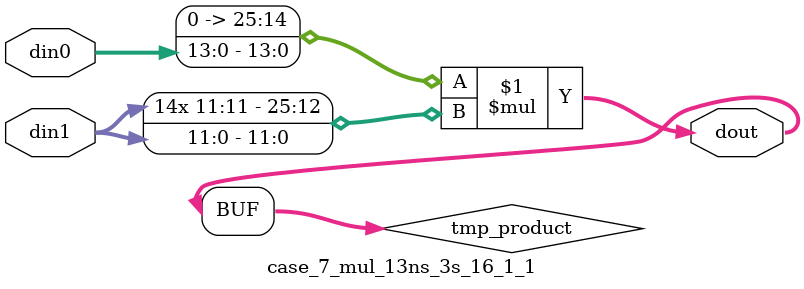
<source format=v>

`timescale 1 ns / 1 ps

 (* use_dsp = "no" *)  module case_7_mul_13ns_3s_16_1_1(din0, din1, dout);
parameter ID = 1;
parameter NUM_STAGE = 0;
parameter din0_WIDTH = 14;
parameter din1_WIDTH = 12;
parameter dout_WIDTH = 26;

input [din0_WIDTH - 1 : 0] din0; 
input [din1_WIDTH - 1 : 0] din1; 
output [dout_WIDTH - 1 : 0] dout;

wire signed [dout_WIDTH - 1 : 0] tmp_product;

























assign tmp_product = $signed({1'b0, din0}) * $signed(din1);










assign dout = tmp_product;





















endmodule

</source>
